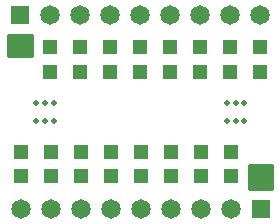
<source format=gts>
G04 (created by PCBNEW (2013-07-03 BZR 4236)-testing) date Thu 04 Jul 2013 10:30:45 AM CEST*
%MOIN*%
G04 Gerber Fmt 3.4, Leading zero omitted, Abs format*
%FSLAX34Y34*%
G01*
G70*
G90*
G04 APERTURE LIST*
%ADD10C,0.005906*%
%ADD11R,0.064961X0.064961*%
%ADD12C,0.064961*%
%ADD13R,0.047200X0.047200*%
%ADD14C,0.019685*%
%ADD15C,0.010000*%
G04 APERTURE END LIST*
G54D10*
G54D11*
X31970Y-29900D03*
G54D12*
X32970Y-29900D03*
X33970Y-29900D03*
X34970Y-29900D03*
X35970Y-29900D03*
X36970Y-29900D03*
X37970Y-29900D03*
X38970Y-29900D03*
X39970Y-29900D03*
G54D13*
X39970Y-31813D03*
X39970Y-30987D03*
X33970Y-31813D03*
X33970Y-30987D03*
X38970Y-31813D03*
X38970Y-30987D03*
X37970Y-31813D03*
X37970Y-30987D03*
X36970Y-31813D03*
X36970Y-30987D03*
X35970Y-31813D03*
X35970Y-30987D03*
X34970Y-31813D03*
X34970Y-30987D03*
X32970Y-31813D03*
X32970Y-30987D03*
G54D11*
X40000Y-36380D03*
G54D12*
X39000Y-36380D03*
X38000Y-36380D03*
X37000Y-36380D03*
X36000Y-36380D03*
X35000Y-36380D03*
X34000Y-36380D03*
X33000Y-36380D03*
X32000Y-36380D03*
G54D13*
X32000Y-35293D03*
X32000Y-34467D03*
X38000Y-35293D03*
X38000Y-34467D03*
X33000Y-35293D03*
X33000Y-34467D03*
X34000Y-35293D03*
X34000Y-34467D03*
X35000Y-35293D03*
X35000Y-34467D03*
X36000Y-35293D03*
X36000Y-34467D03*
X37000Y-35293D03*
X37000Y-34467D03*
X39000Y-35293D03*
X39000Y-34467D03*
G54D14*
X32810Y-32844D03*
X32810Y-33435D03*
X33105Y-32844D03*
X32514Y-32844D03*
X32514Y-33435D03*
X33105Y-33435D03*
X39160Y-32844D03*
X39160Y-33435D03*
X39455Y-32844D03*
X38864Y-32844D03*
X38864Y-33435D03*
X39455Y-33435D03*
G54D10*
G36*
X40390Y-35700D02*
X39610Y-35700D01*
X39610Y-34920D01*
X40390Y-34920D01*
X40390Y-35700D01*
X40390Y-35700D01*
G37*
G54D15*
X40390Y-35700D02*
X39610Y-35700D01*
X39610Y-34920D01*
X40390Y-34920D01*
X40390Y-35700D01*
G54D10*
G36*
X32360Y-31290D02*
X31580Y-31290D01*
X31580Y-30580D01*
X32360Y-30580D01*
X32360Y-31290D01*
X32360Y-31290D01*
G37*
G54D15*
X32360Y-31290D02*
X31580Y-31290D01*
X31580Y-30580D01*
X32360Y-30580D01*
X32360Y-31290D01*
M02*

</source>
